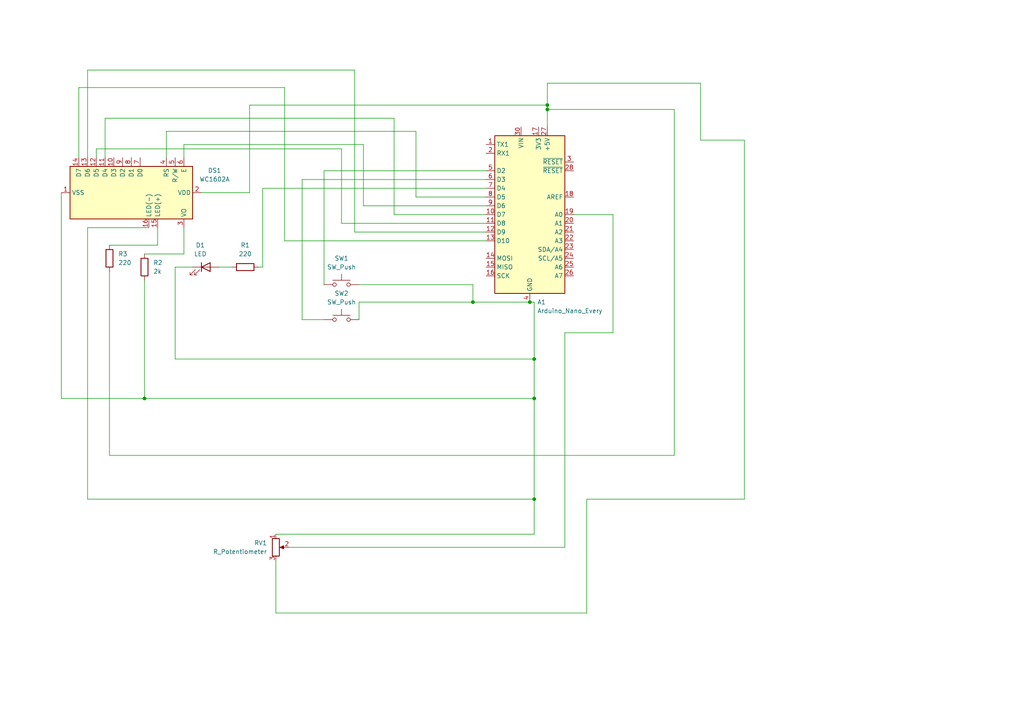
<source format=kicad_sch>
(kicad_sch (version 20250114) (generator "eeschema") (generator_version "9.0")
  (paper "A4")
  (lib_symbols
    (symbol "Device:LED" (pin_numbers (hide yes)) (pin_names (offset 1.016) (hide yes))
      (property "Reference" "D" (at 0 2.54 0))
      (property "Value" "LED" (at 0 -2.54 0))
      (symbol "LED_0_1"
        (polyline (pts (xy -3.048 -0.762) (xy -4.572 -2.286) (xy -3.81 -2.286) (xy -4.572 -2.286) (xy -4.572 -1.524)))
        (polyline (pts (xy -1.778 -0.762) (xy -3.302 -2.286) (xy -2.54 -2.286) (xy -3.302 -2.286) (xy -3.302 -1.524)))
        (polyline (pts (xy -1.27 0) (xy 1.27 0)))
        (polyline (pts (xy -1.27 -1.27) (xy -1.27 1.27)) (stroke (width 0.254)))
        (polyline (pts (xy 1.27 -1.27) (xy 1.27 1.27) (xy -1.27 0) (xy 1.27 -1.27)) (stroke (width 0.254)))
      )
      (symbol "LED_1_1"
        (pin passive line (at -3.81 0 0) (length 2.54) (name "K") (number "1"))
        (pin passive line (at 3.81 0 180) (length 2.54) (name "A") (number "2"))
      )
    )
    (symbol "Device:R" (pin_numbers (hide yes)) (pin_names (offset 0))
      (property "Reference" "R" (at 2.032 0 90))
      (property "Value" "R" (at 0 0 90))
      (symbol "R_0_1"
        (rectangle (start -1.016 -2.54) (end 1.016 2.54) (stroke (width 0.254)))
      )
      (symbol "R_1_1"
        (pin passive line (at 0 3.81 270) (length 1.27) (name "~") (number "1"))
        (pin passive line (at 0 -3.81 90) (length 1.27) (name "~") (number "2"))
      )
    )
    (symbol "Device:R_Potentiometer" (pin_names (offset 1.016) (hide yes))
      (property "Reference" "RV" (at -4.445 0 90))
      (property "Value" "R_Potentiometer" (at -2.54 0 90))
      (symbol "R_Potentiometer_0_1"
        (rectangle (start 1.016 2.54) (end -1.016 -2.54) (stroke (width 0.254)))
        (polyline (pts (xy 1.143 0) (xy 2.286 0.508) (xy 2.286 -0.508) (xy 1.143 0)) (fill (type outline)))
        (polyline (pts (xy 2.54 0) (xy 1.524 0)))
      )
      (symbol "R_Potentiometer_1_1"
        (pin passive line (at 0 3.81 270) (length 1.27) (name "1") (number "1"))
        (pin passive line (at 0 -3.81 90) (length 1.27) (name "3") (number "3"))
        (pin passive line (at 3.81 0 180) (length 1.27) (name "2") (number "2"))
      )
    )
    (symbol "Display_Character:WC1602A"
      (property "Reference" "DS" (at -5.842 19.05 0))
      (property "Value" "WC1602A" (at 5.334 19.05 0))
      (symbol "WC1602A_1_1"
        (rectangle (start -7.62 17.78) (end 7.62 -17.78) (stroke (width 0.254)) (fill (type background)))
        (pin input line (at -10.16 15.24 0) (length 2.54) (name "E") (number "6"))
        (pin input line (at -10.16 12.7 0) (length 2.54) (name "R/W") (number "5"))
        (pin input line (at -10.16 10.16 0) (length 2.54) (name "RS") (number "4"))
        (pin input line (at -10.16 2.54 0) (length 2.54) (name "D0") (number "7"))
        (pin input line (at -10.16 0 0) (length 2.54) (name "D1") (number "8"))
        (pin input line (at -10.16 -2.54 0) (length 2.54) (name "D2") (number "9"))
        (pin input line (at -10.16 -5.08 0) (length 2.54) (name "D3") (number "10"))
        (pin input line (at -10.16 -7.62 0) (length 2.54) (name "D4") (number "11"))
        (pin input line (at -10.16 -10.16 0) (length 2.54) (name "D5") (number "12"))
        (pin input line (at -10.16 -12.7 0) (length 2.54) (name "D6") (number "13"))
        (pin input line (at -10.16 -15.24 0) (length 2.54) (name "D7") (number "14"))
        (pin power_in line (at 0 20.32 270) (length 2.54) (name "VDD") (number "2"))
        (pin power_in line (at 0 -20.32 90) (length 2.54) (name "VSS") (number "1"))
        (pin input line (at 10.16 15.24 180) (length 2.54) (name "VO") (number "3"))
        (pin power_in line (at 10.16 7.62 180) (length 2.54) (name "LED(+)") (number "15"))
        (pin power_in line (at 10.16 5.08 180) (length 2.54) (name "LED(-)") (number "16"))
      )
    )
    (symbol "MCU_Module:Arduino_Nano_Every"
      (property "Reference" "A" (at -10.16 23.495 0))
      (property "Value" "Arduino_Nano_Every" (at 5.08 -24.13 0))
      (symbol "Arduino_Nano_Every_0_1"
        (rectangle (start -10.16 22.86) (end 10.16 -22.86) (stroke (width 0.254)) (fill (type background)))
      )
      (symbol "Arduino_Nano_Every_1_1"
        (pin bidirectional line (at -12.7 20.32 0) (length 2.54) (name "TX1") (number "1"))
        (pin bidirectional line (at -12.7 17.78 0) (length 2.54) (name "RX1") (number "2"))
        (pin bidirectional line (at -12.7 12.7 0) (length 2.54) (name "D2") (number "5"))
        (pin bidirectional line (at -12.7 10.16 0) (length 2.54) (name "D3") (number "6"))
        (pin bidirectional line (at -12.7 7.62 0) (length 2.54) (name "D4") (number "7"))
        (pin bidirectional line (at -12.7 5.08 0) (length 2.54) (name "D5") (number "8"))
        (pin bidirectional line (at -12.7 2.54 0) (length 2.54) (name "D6") (number "9"))
        (pin bidirectional line (at -12.7 0 0) (length 2.54) (name "D7") (number "10"))
        (pin bidirectional line (at -12.7 -2.54 0) (length 2.54) (name "D8") (number "11"))
        (pin bidirectional line (at -12.7 -5.08 0) (length 2.54) (name "D9") (number "12"))
        (pin bidirectional line (at -12.7 -7.62 0) (length 2.54) (name "D10") (number "13"))
        (pin bidirectional line (at -12.7 -12.7 0) (length 2.54) (name "MOSI") (number "14"))
        (pin bidirectional line (at -12.7 -15.24 0) (length 2.54) (name "MISO") (number "15"))
        (pin bidirectional line (at -12.7 -17.78 0) (length 2.54) (name "SCK") (number "16"))
        (pin power_in line (at -2.54 25.4 270) (length 2.54) (name "VIN") (number "30"))
        (pin passive line (at 0 -25.4 90) (length 2.54) (hide yes) (name "GND") (number "29"))
        (pin power_in line (at 0 -25.4 90) (length 2.54) (name "GND") (number "4"))
        (pin power_out line (at 2.54 25.4 270) (length 2.54) (name "3V3") (number "17"))
        (pin power_out line (at 5.08 25.4 270) (length 2.54) (name "+5V") (number "27"))
        (pin input line (at 12.7 15.24 180) (length 2.54) (name "~{RESET}") (number "3"))
        (pin input line (at 12.7 12.7 180) (length 2.54) (name "~{RESET}") (number "28"))
        (pin input line (at 12.7 5.08 180) (length 2.54) (name "AREF") (number "18"))
        (pin bidirectional line (at 12.7 0 180) (length 2.54) (name "A0") (number "19"))
        (pin bidirectional line (at 12.7 -2.54 180) (length 2.54) (name "A1") (number "20"))
        (pin bidirectional line (at 12.7 -5.08 180) (length 2.54) (name "A2") (number "21"))
        (pin bidirectional line (at 12.7 -7.62 180) (length 2.54) (name "A3") (number "22"))
        (pin bidirectional line (at 12.7 -10.16 180) (length 2.54) (name "SDA/A4") (number "23"))
        (pin bidirectional line (at 12.7 -12.7 180) (length 2.54) (name "SCL/A5") (number "24"))
        (pin bidirectional line (at 12.7 -15.24 180) (length 2.54) (name "A6") (number "25"))
        (pin bidirectional line (at 12.7 -17.78 180) (length 2.54) (name "A7") (number "26"))
      )
    )
    (symbol "Switch:SW_Push" (pin_numbers (hide yes)) (pin_names (offset 1.016) (hide yes))
      (property "Reference" "SW" (at 1.27 2.54 0))
      (property "Value" "SW_Push" (at 0 -1.524 0))
      (symbol "SW_Push_0_1"
        (circle (center -2.032 0) (radius 0.508))
        (polyline (pts (xy 0 1.27) (xy 0 3.048)))
        (circle (center 2.032 0) (radius 0.508))
        (polyline (pts (xy 2.54 1.27) (xy -2.54 1.27)))
        (pin passive line (at -5.08 0 0) (length 2.54) (name "1") (number "1"))
        (pin passive line (at 5.08 0 180) (length 2.54) (name "2") (number "2"))
      )
    )
  )
  (junction (at 158.75 30.48))
  (junction (at 154.94 144.78))
  (junction (at 137.16 87.63))
  (junction (at 154.94 104.14))
  (junction (at 158.75 31.75))
  (junction (at 154.94 115.57))
  (junction (at 41.91 115.57))
  (junction (at 153.67 87.63))
  (wire (pts (xy 31.75 71.12) (xy 45.72 71.12)))
  (wire (pts (xy 93.98 49.53) (xy 140.97 49.53)))
  (wire (pts (xy 72.39 55.88) (xy 72.39 30.48)))
  (wire (pts (xy 80.01 162.56) (xy 80.01 177.8)))
  (wire (pts (xy 114.3 34.29) (xy 114.3 62.23)))
  (wire (pts (xy 163.83 96.52) (xy 177.8 96.52)))
  (wire (pts (xy 45.72 71.12) (xy 45.72 66.04)))
  (wire (pts (xy 158.75 24.13) (xy 158.75 30.48)))
  (wire (pts (xy 74.93 77.47) (xy 76.2 77.47)))
  (wire (pts (xy 203.2 24.13) (xy 158.75 24.13)))
  (wire (pts (xy 50.8 77.47) (xy 50.8 104.14)))
  (wire (pts (xy 41.91 115.57) (xy 154.94 115.57)))
  (wire (pts (xy 17.78 55.88) (xy 17.78 115.57)))
  (wire (pts (xy 50.8 104.14) (xy 154.94 104.14)))
  (wire (pts (xy 215.9 144.78) (xy 215.9 40.64)))
  (wire (pts (xy 105.41 59.69) (xy 140.97 59.69)))
  (wire (pts (xy 80.01 154.94) (xy 154.94 154.94)))
  (wire (pts (xy 83.82 158.75) (xy 163.83 158.75)))
  (wire (pts (xy 43.18 66.04) (xy 25.4 66.04)))
  (wire (pts (xy 22.86 45.72) (xy 22.86 25.4)))
  (wire (pts (xy 48.26 45.72) (xy 48.26 38.1)))
  (wire (pts (xy 87.63 52.07) (xy 140.97 52.07)))
  (wire (pts (xy 53.34 66.04) (xy 53.34 73.66)))
  (wire (pts (xy 154.94 115.57) (xy 154.94 144.78)))
  (wire (pts (xy 25.4 144.78) (xy 154.94 144.78)))
  (wire (pts (xy 104.14 87.63) (xy 104.14 92.71)))
  (wire (pts (xy 170.18 177.8) (xy 170.18 144.78)))
  (wire (pts (xy 82.55 25.4) (xy 82.55 69.85)))
  (wire (pts (xy 163.83 158.75) (xy 163.83 96.52)))
  (wire (pts (xy 177.8 62.23) (xy 166.37 62.23)))
  (wire (pts (xy 93.98 82.55) (xy 93.98 49.53)))
  (wire (pts (xy 80.01 177.8) (xy 170.18 177.8)))
  (wire (pts (xy 82.55 69.85) (xy 140.97 69.85)))
  (wire (pts (xy 30.48 34.29) (xy 114.3 34.29)))
  (wire (pts (xy 170.18 144.78) (xy 215.9 144.78)))
  (wire (pts (xy 104.14 82.55) (xy 137.16 82.55)))
  (wire (pts (xy 177.8 96.52) (xy 177.8 62.23)))
  (wire (pts (xy 158.75 30.48) (xy 158.75 31.75)))
  (wire (pts (xy 31.75 78.74) (xy 31.75 132.08)))
  (wire (pts (xy 30.48 45.72) (xy 30.48 34.29)))
  (wire (pts (xy 158.75 31.75) (xy 195.58 31.75)))
  (wire (pts (xy 27.94 43.18) (xy 99.06 43.18)))
  (wire (pts (xy 87.63 92.71) (xy 87.63 52.07)))
  (wire (pts (xy 48.26 38.1) (xy 120.65 38.1)))
  (wire (pts (xy 22.86 25.4) (xy 82.55 25.4)))
  (wire (pts (xy 53.34 73.66) (xy 41.91 73.66)))
  (wire (pts (xy 203.2 40.64) (xy 203.2 24.13)))
  (wire (pts (xy 120.65 38.1) (xy 120.65 57.15)))
  (wire (pts (xy 154.94 104.14) (xy 154.94 87.63)))
  (wire (pts (xy 105.41 41.91) (xy 105.41 59.69)))
  (wire (pts (xy 153.67 87.63) (xy 137.16 87.63)))
  (wire (pts (xy 76.2 54.61) (xy 140.97 54.61)))
  (wire (pts (xy 25.4 20.32) (xy 102.87 20.32)))
  (wire (pts (xy 102.87 67.31) (xy 140.97 67.31)))
  (wire (pts (xy 25.4 45.72) (xy 25.4 20.32)))
  (wire (pts (xy 53.34 41.91) (xy 105.41 41.91)))
  (wire (pts (xy 53.34 45.72) (xy 53.34 41.91)))
  (wire (pts (xy 215.9 40.64) (xy 203.2 40.64)))
  (wire (pts (xy 31.75 132.08) (xy 195.58 132.08)))
  (wire (pts (xy 154.94 115.57) (xy 154.94 104.14)))
  (wire (pts (xy 154.94 154.94) (xy 154.94 144.78)))
  (wire (pts (xy 120.65 57.15) (xy 140.97 57.15)))
  (wire (pts (xy 114.3 62.23) (xy 140.97 62.23)))
  (wire (pts (xy 25.4 66.04) (xy 25.4 144.78)))
  (wire (pts (xy 158.75 31.75) (xy 158.75 36.83)))
  (wire (pts (xy 93.98 92.71) (xy 87.63 92.71)))
  (wire (pts (xy 99.06 64.77) (xy 140.97 64.77)))
  (wire (pts (xy 137.16 82.55) (xy 137.16 87.63)))
  (wire (pts (xy 99.06 43.18) (xy 99.06 64.77)))
  (wire (pts (xy 76.2 77.47) (xy 76.2 54.61)))
  (wire (pts (xy 58.42 55.88) (xy 72.39 55.88)))
  (wire (pts (xy 102.87 20.32) (xy 102.87 67.31)))
  (wire (pts (xy 154.94 87.63) (xy 153.67 87.63)))
  (wire (pts (xy 137.16 87.63) (xy 104.14 87.63)))
  (wire (pts (xy 63.5 77.47) (xy 67.31 77.47)))
  (wire (pts (xy 55.88 77.47) (xy 50.8 77.47)))
  (wire (pts (xy 41.91 81.28) (xy 41.91 115.57)))
  (wire (pts (xy 195.58 132.08) (xy 195.58 31.75)))
  (wire (pts (xy 72.39 30.48) (xy 158.75 30.48)))
  (wire (pts (xy 27.94 45.72) (xy 27.94 43.18)))
  (wire (pts (xy 17.78 115.57) (xy 41.91 115.57)))
  (symbol (lib_id "MCU_Module:Arduino_Nano_Every") (at 153.67 62.23 0) (unit 1)
    (property "Reference" "A1" (at 155.8133 87.63 0) (effects (justify left)))
    (property "Value" "Arduino_Nano_Every" (at 155.8133 90.17 0) (effects (justify left)))
    (property "Footprint" "Module:Arduino_Nano" (effects (hide yes)))
    (property "Datasheet" "https://content.arduino.cc/assets/NANOEveryV3.0_sch.pdf" (effects (hide yes)))
    (property "Description" "Arduino Nano Every" (effects (hide yes)))
  )
  (symbol (lib_id "Display_Character:WC1602A") (at 38.1 55.88 270) (unit 1)
    (property "Reference" "DS1" (at 62.23 49.4598 90))
    (property "Value" "WC1602A" (at 62.23 51.9998 90))
    (property "Footprint" "Display:WC1602A" (effects (hide yes)))
    (property "Datasheet" "http://www.wincomlcd.com/pdf/WC1602A-SFYLYHTC06.pdf" (effects (hide yes)))
    (property "Description" "LCD 16x2 Alphanumeric , 8 bit parallel bus, 5V VDD" (effects (hide yes)))
  )
  (symbol (lib_id "Device:R") (at 31.75 74.93 0) (unit 1)
    (property "Reference" "R3" (at 34.29 73.6599 0) (effects (justify left)))
    (property "Value" "220" (at 34.29 76.1999 0) (effects (justify left)))
    (property "Footprint" "Resistor_THT:R_Axial_DIN0207_L6.3mm_D2.5mm_P15.24mm_Horizontal" (effects (hide yes)))
    (property "Description" "Resistor" (effects (hide yes)))
  )
  (symbol (lib_id "Device:LED") (at 59.69 77.47 0) (unit 1)
    (property "Reference" "D1" (at 58.1025 71.12 0))
    (property "Value" "LED" (at 58.1025 73.66 0))
    (property "Footprint" "LED_THT:LED_D8.0mm" (effects (hide yes)))
    (property "Description" "Light emitting diode" (effects (hide yes)))
    (property "Sim.Pins" "1=K 2=A" (effects (hide yes)))
  )
  (symbol (lib_id "Device:R_Potentiometer") (at 80.01 158.75 0) (unit 1)
    (property "Reference" "RV1" (at 77.47 157.4799 0) (effects (justify right)))
    (property "Value" "R_Potentiometer" (at 77.47 160.0199 0) (effects (justify right)))
    (property "Footprint" "Potentiometer_THT:Potentiometer_Bourns_3296P_Horizontal" (effects (hide yes)))
    (property "Description" "Potentiometer" (effects (hide yes)))
  )
  (symbol (lib_id "Device:R") (at 71.12 77.47 90) (unit 1)
    (property "Reference" "R1" (at 71.12 71.12 90))
    (property "Value" "220" (at 71.12 73.66 90))
    (property "Footprint" "Resistor_THT:R_Axial_DIN0207_L6.3mm_D2.5mm_P15.24mm_Horizontal" (effects (hide yes)))
    (property "Description" "Resistor" (effects (hide yes)))
  )
  (symbol (lib_id "Switch:SW_Push") (at 99.06 92.71 0) (unit 1)
    (property "Reference" "SW2" (at 99.06 85.09 0))
    (property "Value" "SW_Push" (at 99.06 87.63 0))
    (property "Footprint" "Button_Switch_THT:SW_PUSH-12mm" (effects (hide yes)))
    (property "Description" "Push button switch, generic, two pins" (effects (hide yes)))
  )
  (symbol (lib_id "Switch:SW_Push") (at 99.06 82.55 0) (unit 1)
    (property "Reference" "SW1" (at 99.06 74.93 0))
    (property "Value" "SW_Push" (at 99.06 77.47 0))
    (property "Footprint" "Button_Switch_THT:SW_PUSH-12mm" (effects (hide yes)))
    (property "Description" "Push button switch, generic, two pins" (effects (hide yes)))
  )
  (symbol (lib_id "Device:R") (at 41.91 77.47 0) (unit 1)
    (property "Reference" "R2" (at 44.45 76.1999 0) (effects (justify left)))
    (property "Value" "2k" (at 44.45 78.7399 0) (effects (justify left)))
    (property "Footprint" "Resistor_THT:R_Axial_DIN0207_L6.3mm_D2.5mm_P15.24mm_Horizontal" (effects (hide yes)))
    (property "Description" "Resistor" (effects (hide yes)))
  )
)
</source>
